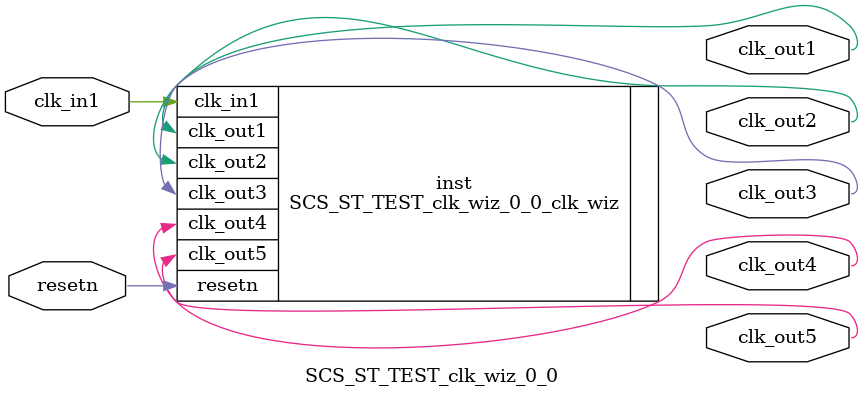
<source format=v>


`timescale 1ps/1ps

(* CORE_GENERATION_INFO = "SCS_ST_TEST_clk_wiz_0_0,clk_wiz_v6_0_3_0_0,{component_name=SCS_ST_TEST_clk_wiz_0_0,use_phase_alignment=true,use_min_o_jitter=true,use_max_i_jitter=false,use_dyn_phase_shift=false,use_inclk_switchover=false,use_dyn_reconfig=false,enable_axi=0,feedback_source=FDBK_AUTO,PRIMITIVE=MMCM,num_out_clk=5,clkin1_period=10.000,clkin2_period=10.000,use_power_down=false,use_reset=true,use_locked=false,use_inclk_stopped=false,feedback_type=SINGLE,CLOCK_MGR_TYPE=NA,manual_override=false}" *)

module SCS_ST_TEST_clk_wiz_0_0 
 (
  // Clock out ports
  output        clk_out1,
  output        clk_out2,
  output        clk_out3,
  output        clk_out4,
  output        clk_out5,
  // Status and control signals
  input         resetn,
 // Clock in ports
  input         clk_in1
 );

  SCS_ST_TEST_clk_wiz_0_0_clk_wiz inst
  (
  // Clock out ports  
  .clk_out1(clk_out1),
  .clk_out2(clk_out2),
  .clk_out3(clk_out3),
  .clk_out4(clk_out4),
  .clk_out5(clk_out5),
  // Status and control signals               
  .resetn(resetn), 
 // Clock in ports
  .clk_in1(clk_in1)
  );

endmodule

</source>
